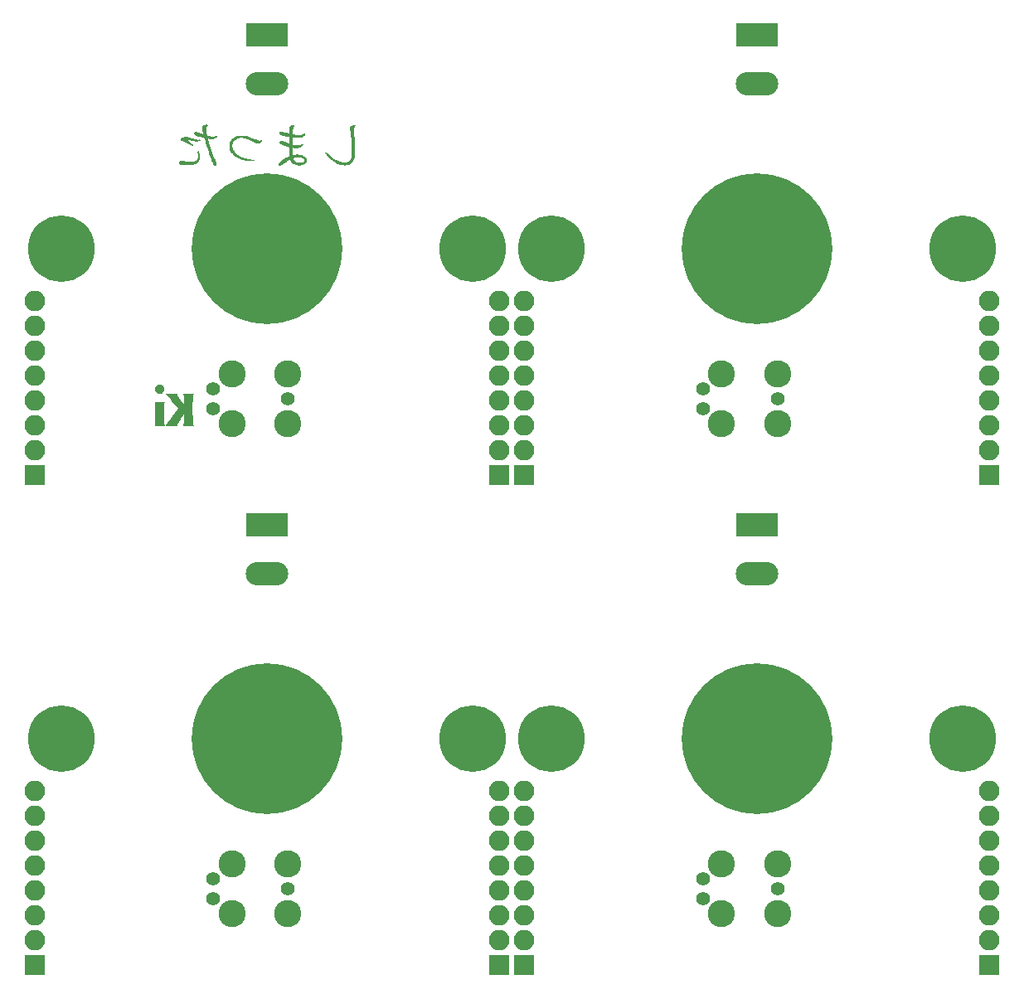
<source format=gbs>
G04 #@! TF.GenerationSoftware,KiCad,Pcbnew,5.1.4*
G04 #@! TF.CreationDate,2019-08-27T21:41:19+02:00*
G04 #@! TF.ProjectId,led_pixel_stm32f030_x4,6c65645f-7069-4786-956c-5f73746d3332,1.1*
G04 #@! TF.SameCoordinates,Original*
G04 #@! TF.FileFunction,Soldermask,Bot*
G04 #@! TF.FilePolarity,Negative*
%FSLAX46Y46*%
G04 Gerber Fmt 4.6, Leading zero omitted, Abs format (unit mm)*
G04 Created by KiCad (PCBNEW 5.1.4) date 2019-08-27 21:41:19*
%MOMM*%
%LPD*%
G04 APERTURE LIST*
%ADD10C,0.100000*%
%ADD11C,0.010000*%
%ADD12C,15.400000*%
%ADD13C,6.800000*%
%ADD14C,1.000000*%
%ADD15R,2.100000X2.100000*%
%ADD16O,2.100000X2.100000*%
%ADD17R,4.360000X2.380000*%
%ADD18O,4.360000X2.380000*%
%ADD19C,2.775000*%
%ADD20C,1.390600*%
G04 APERTURE END LIST*
D10*
G36*
X71180409Y-68789654D02*
G01*
X71185303Y-68809947D01*
X71201110Y-68830093D01*
X71229519Y-68851025D01*
X71272217Y-68873675D01*
X71330895Y-68898975D01*
X71407240Y-68927857D01*
X71471983Y-68950666D01*
X71686292Y-69031600D01*
X71882384Y-69120536D01*
X72061988Y-69218360D01*
X72226831Y-69325958D01*
X72279103Y-69364380D01*
X72311908Y-69388589D01*
X72338234Y-69406859D01*
X72353622Y-69416132D01*
X72355438Y-69416702D01*
X72365007Y-69408395D01*
X72377623Y-69388740D01*
X72383737Y-69375568D01*
X72384320Y-69363997D01*
X72377088Y-69350433D01*
X72359760Y-69331283D01*
X72330053Y-69302953D01*
X72313238Y-69287363D01*
X72217943Y-69200903D01*
X72126039Y-69120829D01*
X72040393Y-69049538D01*
X71963875Y-68989429D01*
X71909612Y-68949928D01*
X71867207Y-68919931D01*
X71828937Y-68891798D01*
X71799641Y-68869143D01*
X71786244Y-68857711D01*
X71769740Y-68839568D01*
X71767784Y-68825699D01*
X71776438Y-68810067D01*
X71786207Y-68798535D01*
X71799825Y-68791624D01*
X71822316Y-68788239D01*
X71858708Y-68787282D01*
X71880636Y-68787350D01*
X71918020Y-68788774D01*
X71958120Y-68792981D01*
X72004740Y-68800657D01*
X72061686Y-68812486D01*
X72132761Y-68829154D01*
X72186245Y-68842381D01*
X72320073Y-68875047D01*
X72436323Y-68901233D01*
X72537515Y-68921116D01*
X72626174Y-68934872D01*
X72704822Y-68942678D01*
X72775981Y-68944710D01*
X72842176Y-68941144D01*
X72905927Y-68932157D01*
X72969759Y-68917925D01*
X73027970Y-68901211D01*
X73065435Y-68888577D01*
X73086153Y-68877707D01*
X73093888Y-68865109D01*
X73092407Y-68847297D01*
X73091277Y-68842562D01*
X73084591Y-68815923D01*
X73019223Y-68836703D01*
X72980020Y-68846688D01*
X72937672Y-68852072D01*
X72890260Y-68852496D01*
X72835865Y-68847599D01*
X72772571Y-68837023D01*
X72698457Y-68820408D01*
X72611607Y-68797395D01*
X72510102Y-68767623D01*
X72392023Y-68730733D01*
X72306626Y-68703143D01*
X72204335Y-68670031D01*
X72118872Y-68643192D01*
X72047056Y-68621970D01*
X71985705Y-68605708D01*
X71931638Y-68593750D01*
X71881674Y-68585437D01*
X71832631Y-68580114D01*
X71781328Y-68577125D01*
X71724585Y-68575811D01*
X71688621Y-68575560D01*
X71619838Y-68575686D01*
X71567271Y-68576894D01*
X71525972Y-68579648D01*
X71490989Y-68584408D01*
X71457374Y-68591637D01*
X71426311Y-68600029D01*
X71352485Y-68626047D01*
X71288722Y-68658200D01*
X71237490Y-68694585D01*
X71201258Y-68733299D01*
X71182495Y-68772439D01*
X71180409Y-68789654D01*
X71180409Y-68789654D01*
G37*
X71180409Y-68789654D02*
X71185303Y-68809947D01*
X71201110Y-68830093D01*
X71229519Y-68851025D01*
X71272217Y-68873675D01*
X71330895Y-68898975D01*
X71407240Y-68927857D01*
X71471983Y-68950666D01*
X71686292Y-69031600D01*
X71882384Y-69120536D01*
X72061988Y-69218360D01*
X72226831Y-69325958D01*
X72279103Y-69364380D01*
X72311908Y-69388589D01*
X72338234Y-69406859D01*
X72353622Y-69416132D01*
X72355438Y-69416702D01*
X72365007Y-69408395D01*
X72377623Y-69388740D01*
X72383737Y-69375568D01*
X72384320Y-69363997D01*
X72377088Y-69350433D01*
X72359760Y-69331283D01*
X72330053Y-69302953D01*
X72313238Y-69287363D01*
X72217943Y-69200903D01*
X72126039Y-69120829D01*
X72040393Y-69049538D01*
X71963875Y-68989429D01*
X71909612Y-68949928D01*
X71867207Y-68919931D01*
X71828937Y-68891798D01*
X71799641Y-68869143D01*
X71786244Y-68857711D01*
X71769740Y-68839568D01*
X71767784Y-68825699D01*
X71776438Y-68810067D01*
X71786207Y-68798535D01*
X71799825Y-68791624D01*
X71822316Y-68788239D01*
X71858708Y-68787282D01*
X71880636Y-68787350D01*
X71918020Y-68788774D01*
X71958120Y-68792981D01*
X72004740Y-68800657D01*
X72061686Y-68812486D01*
X72132761Y-68829154D01*
X72186245Y-68842381D01*
X72320073Y-68875047D01*
X72436323Y-68901233D01*
X72537515Y-68921116D01*
X72626174Y-68934872D01*
X72704822Y-68942678D01*
X72775981Y-68944710D01*
X72842176Y-68941144D01*
X72905927Y-68932157D01*
X72969759Y-68917925D01*
X73027970Y-68901211D01*
X73065435Y-68888577D01*
X73086153Y-68877707D01*
X73093888Y-68865109D01*
X73092407Y-68847297D01*
X73091277Y-68842562D01*
X73084591Y-68815923D01*
X73019223Y-68836703D01*
X72980020Y-68846688D01*
X72937672Y-68852072D01*
X72890260Y-68852496D01*
X72835865Y-68847599D01*
X72772571Y-68837023D01*
X72698457Y-68820408D01*
X72611607Y-68797395D01*
X72510102Y-68767623D01*
X72392023Y-68730733D01*
X72306626Y-68703143D01*
X72204335Y-68670031D01*
X72118872Y-68643192D01*
X72047056Y-68621970D01*
X71985705Y-68605708D01*
X71931638Y-68593750D01*
X71881674Y-68585437D01*
X71832631Y-68580114D01*
X71781328Y-68577125D01*
X71724585Y-68575811D01*
X71688621Y-68575560D01*
X71619838Y-68575686D01*
X71567271Y-68576894D01*
X71525972Y-68579648D01*
X71490989Y-68584408D01*
X71457374Y-68591637D01*
X71426311Y-68600029D01*
X71352485Y-68626047D01*
X71288722Y-68658200D01*
X71237490Y-68694585D01*
X71201258Y-68733299D01*
X71182495Y-68772439D01*
X71180409Y-68789654D01*
G36*
X76149189Y-69358469D02*
G01*
X76151762Y-69516517D01*
X76175026Y-69672791D01*
X76218496Y-69825616D01*
X76281687Y-69973320D01*
X76364116Y-70114229D01*
X76370931Y-70124288D01*
X76421793Y-70191052D01*
X76486248Y-70264043D01*
X76559643Y-70338741D01*
X76637322Y-70410627D01*
X76714634Y-70475179D01*
X76785484Y-70526922D01*
X76926311Y-70612282D01*
X77077575Y-70687248D01*
X77240554Y-70752163D01*
X77416524Y-70807370D01*
X77606764Y-70853213D01*
X77812550Y-70890033D01*
X78035159Y-70918175D01*
X78275869Y-70937981D01*
X78327137Y-70941019D01*
X78408562Y-70945489D01*
X78471360Y-70948680D01*
X78518041Y-70950548D01*
X78551118Y-70951046D01*
X78573101Y-70950128D01*
X78586503Y-70947747D01*
X78593835Y-70943859D01*
X78597609Y-70938417D01*
X78598589Y-70936043D01*
X78600820Y-70909856D01*
X78584927Y-70893491D01*
X78555759Y-70888398D01*
X78522132Y-70886657D01*
X78471638Y-70881799D01*
X78408265Y-70874377D01*
X78336003Y-70864941D01*
X78258838Y-70854043D01*
X78180761Y-70842235D01*
X78105758Y-70830067D01*
X78037820Y-70818091D01*
X78012966Y-70813371D01*
X77801656Y-70765395D01*
X77601246Y-70706266D01*
X77412660Y-70636630D01*
X77236824Y-70557136D01*
X77074660Y-70468431D01*
X76927095Y-70371162D01*
X76795051Y-70265977D01*
X76679453Y-70153523D01*
X76581226Y-70034447D01*
X76501293Y-69909397D01*
X76440580Y-69779020D01*
X76411932Y-69691983D01*
X76382433Y-69550697D01*
X76373202Y-69414886D01*
X76383846Y-69285395D01*
X76413972Y-69163068D01*
X76463185Y-69048749D01*
X76531093Y-68943281D01*
X76617301Y-68847509D01*
X76721415Y-68762275D01*
X76843042Y-68688425D01*
X76891239Y-68664695D01*
X76966125Y-68632462D01*
X77036245Y-68608556D01*
X77106952Y-68591943D01*
X77183603Y-68581587D01*
X77271550Y-68576454D01*
X77353064Y-68575411D01*
X77424761Y-68575849D01*
X77480776Y-68577312D01*
X77526597Y-68580320D01*
X77567712Y-68585391D01*
X77609607Y-68593044D01*
X77657771Y-68603801D01*
X77660936Y-68604545D01*
X77745365Y-68625497D01*
X77825395Y-68647796D01*
X77903739Y-68672535D01*
X77983110Y-68700810D01*
X78066221Y-68733714D01*
X78155784Y-68772342D01*
X78254513Y-68817787D01*
X78365120Y-68871143D01*
X78490318Y-68933505D01*
X78544185Y-68960756D01*
X78655914Y-69016793D01*
X78751140Y-69062947D01*
X78831685Y-69099944D01*
X78899372Y-69128514D01*
X78956022Y-69149383D01*
X79003457Y-69163280D01*
X79043501Y-69170931D01*
X79075850Y-69173080D01*
X79141829Y-69162718D01*
X79208886Y-69132840D01*
X79274903Y-69084863D01*
X79337762Y-69020205D01*
X79372756Y-68974454D01*
X79394948Y-68942212D01*
X79406379Y-68921931D01*
X79408506Y-68908279D01*
X79402786Y-68895921D01*
X79396548Y-68887379D01*
X79377227Y-68861765D01*
X79342314Y-68895899D01*
X79298674Y-68928256D01*
X79249364Y-68943522D01*
X79190210Y-68942753D01*
X79169735Y-68939519D01*
X79115597Y-68926628D01*
X79043422Y-68904745D01*
X78954180Y-68874211D01*
X78848842Y-68835367D01*
X78728379Y-68788555D01*
X78644769Y-68754968D01*
X78430335Y-68671307D01*
X78230614Y-68600782D01*
X78043952Y-68543089D01*
X77868696Y-68497925D01*
X77703194Y-68464987D01*
X77545792Y-68443971D01*
X77394839Y-68434576D01*
X77248680Y-68436497D01*
X77105664Y-68449431D01*
X77035432Y-68459831D01*
X76879335Y-68494458D01*
X76737901Y-68543992D01*
X76610320Y-68608884D01*
X76495780Y-68689583D01*
X76393472Y-68786540D01*
X76344645Y-68843774D01*
X76266428Y-68957150D01*
X76208470Y-69075534D01*
X76170109Y-69200673D01*
X76150680Y-69334314D01*
X76149189Y-69358469D01*
X76149189Y-69358469D01*
G37*
X76149189Y-69358469D02*
X76151762Y-69516517D01*
X76175026Y-69672791D01*
X76218496Y-69825616D01*
X76281687Y-69973320D01*
X76364116Y-70114229D01*
X76370931Y-70124288D01*
X76421793Y-70191052D01*
X76486248Y-70264043D01*
X76559643Y-70338741D01*
X76637322Y-70410627D01*
X76714634Y-70475179D01*
X76785484Y-70526922D01*
X76926311Y-70612282D01*
X77077575Y-70687248D01*
X77240554Y-70752163D01*
X77416524Y-70807370D01*
X77606764Y-70853213D01*
X77812550Y-70890033D01*
X78035159Y-70918175D01*
X78275869Y-70937981D01*
X78327137Y-70941019D01*
X78408562Y-70945489D01*
X78471360Y-70948680D01*
X78518041Y-70950548D01*
X78551118Y-70951046D01*
X78573101Y-70950128D01*
X78586503Y-70947747D01*
X78593835Y-70943859D01*
X78597609Y-70938417D01*
X78598589Y-70936043D01*
X78600820Y-70909856D01*
X78584927Y-70893491D01*
X78555759Y-70888398D01*
X78522132Y-70886657D01*
X78471638Y-70881799D01*
X78408265Y-70874377D01*
X78336003Y-70864941D01*
X78258838Y-70854043D01*
X78180761Y-70842235D01*
X78105758Y-70830067D01*
X78037820Y-70818091D01*
X78012966Y-70813371D01*
X77801656Y-70765395D01*
X77601246Y-70706266D01*
X77412660Y-70636630D01*
X77236824Y-70557136D01*
X77074660Y-70468431D01*
X76927095Y-70371162D01*
X76795051Y-70265977D01*
X76679453Y-70153523D01*
X76581226Y-70034447D01*
X76501293Y-69909397D01*
X76440580Y-69779020D01*
X76411932Y-69691983D01*
X76382433Y-69550697D01*
X76373202Y-69414886D01*
X76383846Y-69285395D01*
X76413972Y-69163068D01*
X76463185Y-69048749D01*
X76531093Y-68943281D01*
X76617301Y-68847509D01*
X76721415Y-68762275D01*
X76843042Y-68688425D01*
X76891239Y-68664695D01*
X76966125Y-68632462D01*
X77036245Y-68608556D01*
X77106952Y-68591943D01*
X77183603Y-68581587D01*
X77271550Y-68576454D01*
X77353064Y-68575411D01*
X77424761Y-68575849D01*
X77480776Y-68577312D01*
X77526597Y-68580320D01*
X77567712Y-68585391D01*
X77609607Y-68593044D01*
X77657771Y-68603801D01*
X77660936Y-68604545D01*
X77745365Y-68625497D01*
X77825395Y-68647796D01*
X77903739Y-68672535D01*
X77983110Y-68700810D01*
X78066221Y-68733714D01*
X78155784Y-68772342D01*
X78254513Y-68817787D01*
X78365120Y-68871143D01*
X78490318Y-68933505D01*
X78544185Y-68960756D01*
X78655914Y-69016793D01*
X78751140Y-69062947D01*
X78831685Y-69099944D01*
X78899372Y-69128514D01*
X78956022Y-69149383D01*
X79003457Y-69163280D01*
X79043501Y-69170931D01*
X79075850Y-69173080D01*
X79141829Y-69162718D01*
X79208886Y-69132840D01*
X79274903Y-69084863D01*
X79337762Y-69020205D01*
X79372756Y-68974454D01*
X79394948Y-68942212D01*
X79406379Y-68921931D01*
X79408506Y-68908279D01*
X79402786Y-68895921D01*
X79396548Y-68887379D01*
X79377227Y-68861765D01*
X79342314Y-68895899D01*
X79298674Y-68928256D01*
X79249364Y-68943522D01*
X79190210Y-68942753D01*
X79169735Y-68939519D01*
X79115597Y-68926628D01*
X79043422Y-68904745D01*
X78954180Y-68874211D01*
X78848842Y-68835367D01*
X78728379Y-68788555D01*
X78644769Y-68754968D01*
X78430335Y-68671307D01*
X78230614Y-68600782D01*
X78043952Y-68543089D01*
X77868696Y-68497925D01*
X77703194Y-68464987D01*
X77545792Y-68443971D01*
X77394839Y-68434576D01*
X77248680Y-68436497D01*
X77105664Y-68449431D01*
X77035432Y-68459831D01*
X76879335Y-68494458D01*
X76737901Y-68543992D01*
X76610320Y-68608884D01*
X76495780Y-68689583D01*
X76393472Y-68786540D01*
X76344645Y-68843774D01*
X76266428Y-68957150D01*
X76208470Y-69075534D01*
X76170109Y-69200673D01*
X76150680Y-69334314D01*
X76149189Y-69358469D01*
G36*
X71011005Y-71188196D02*
G01*
X71017506Y-71219988D01*
X71037727Y-71247933D01*
X71072744Y-71272401D01*
X71123634Y-71293763D01*
X71191472Y-71312390D01*
X71277336Y-71328653D01*
X71382300Y-71342923D01*
X71492747Y-71354256D01*
X71533098Y-71356896D01*
X71588792Y-71359109D01*
X71655872Y-71360870D01*
X71730382Y-71362155D01*
X71808366Y-71362940D01*
X71885867Y-71363203D01*
X71958929Y-71362919D01*
X72023595Y-71362065D01*
X72075910Y-71360617D01*
X72111916Y-71358551D01*
X72117424Y-71357992D01*
X72276683Y-71334563D01*
X72418059Y-71302886D01*
X72543493Y-71262157D01*
X72654928Y-71211572D01*
X72754304Y-71150326D01*
X72843562Y-71077616D01*
X72879742Y-71042186D01*
X72960800Y-70945307D01*
X73021352Y-70843181D01*
X73061441Y-70735674D01*
X73081110Y-70622653D01*
X73080402Y-70503984D01*
X73072355Y-70442105D01*
X73052804Y-70349741D01*
X73025258Y-70250972D01*
X72992620Y-70155261D01*
X72960775Y-70078436D01*
X72931369Y-70014909D01*
X72913108Y-70042760D01*
X72904157Y-70058211D01*
X72900559Y-70073220D01*
X72902497Y-70093695D01*
X72910151Y-70125546D01*
X72916340Y-70148168D01*
X72944459Y-70271978D01*
X72959351Y-70390922D01*
X72960825Y-70501585D01*
X72948687Y-70600554D01*
X72943166Y-70624385D01*
X72905810Y-70727783D01*
X72850275Y-70822791D01*
X72778664Y-70907104D01*
X72693078Y-70978419D01*
X72595622Y-71034432D01*
X72552286Y-71052604D01*
X72485573Y-71075430D01*
X72420341Y-71092383D01*
X72351815Y-71104143D01*
X72275216Y-71111390D01*
X72185768Y-71114805D01*
X72112130Y-71115276D01*
X72036116Y-71114497D01*
X71970037Y-71112245D01*
X71909508Y-71107902D01*
X71850147Y-71100849D01*
X71787571Y-71090469D01*
X71717394Y-71076143D01*
X71635235Y-71057255D01*
X71545752Y-71035428D01*
X71458139Y-71014444D01*
X71387605Y-70999453D01*
X71331018Y-70990128D01*
X71285246Y-70986146D01*
X71247158Y-70987178D01*
X71213620Y-70992900D01*
X71193436Y-70998759D01*
X71142097Y-71022433D01*
X71094370Y-71056325D01*
X71054128Y-71096416D01*
X71025243Y-71138685D01*
X71011586Y-71179111D01*
X71011005Y-71188196D01*
X71011005Y-71188196D01*
G37*
X71011005Y-71188196D02*
X71017506Y-71219988D01*
X71037727Y-71247933D01*
X71072744Y-71272401D01*
X71123634Y-71293763D01*
X71191472Y-71312390D01*
X71277336Y-71328653D01*
X71382300Y-71342923D01*
X71492747Y-71354256D01*
X71533098Y-71356896D01*
X71588792Y-71359109D01*
X71655872Y-71360870D01*
X71730382Y-71362155D01*
X71808366Y-71362940D01*
X71885867Y-71363203D01*
X71958929Y-71362919D01*
X72023595Y-71362065D01*
X72075910Y-71360617D01*
X72111916Y-71358551D01*
X72117424Y-71357992D01*
X72276683Y-71334563D01*
X72418059Y-71302886D01*
X72543493Y-71262157D01*
X72654928Y-71211572D01*
X72754304Y-71150326D01*
X72843562Y-71077616D01*
X72879742Y-71042186D01*
X72960800Y-70945307D01*
X73021352Y-70843181D01*
X73061441Y-70735674D01*
X73081110Y-70622653D01*
X73080402Y-70503984D01*
X73072355Y-70442105D01*
X73052804Y-70349741D01*
X73025258Y-70250972D01*
X72992620Y-70155261D01*
X72960775Y-70078436D01*
X72931369Y-70014909D01*
X72913108Y-70042760D01*
X72904157Y-70058211D01*
X72900559Y-70073220D01*
X72902497Y-70093695D01*
X72910151Y-70125546D01*
X72916340Y-70148168D01*
X72944459Y-70271978D01*
X72959351Y-70390922D01*
X72960825Y-70501585D01*
X72948687Y-70600554D01*
X72943166Y-70624385D01*
X72905810Y-70727783D01*
X72850275Y-70822791D01*
X72778664Y-70907104D01*
X72693078Y-70978419D01*
X72595622Y-71034432D01*
X72552286Y-71052604D01*
X72485573Y-71075430D01*
X72420341Y-71092383D01*
X72351815Y-71104143D01*
X72275216Y-71111390D01*
X72185768Y-71114805D01*
X72112130Y-71115276D01*
X72036116Y-71114497D01*
X71970037Y-71112245D01*
X71909508Y-71107902D01*
X71850147Y-71100849D01*
X71787571Y-71090469D01*
X71717394Y-71076143D01*
X71635235Y-71057255D01*
X71545752Y-71035428D01*
X71458139Y-71014444D01*
X71387605Y-70999453D01*
X71331018Y-70990128D01*
X71285246Y-70986146D01*
X71247158Y-70987178D01*
X71213620Y-70992900D01*
X71193436Y-70998759D01*
X71142097Y-71022433D01*
X71094370Y-71056325D01*
X71054128Y-71096416D01*
X71025243Y-71138685D01*
X71011586Y-71179111D01*
X71011005Y-71188196D01*
G36*
X85937798Y-70157423D02*
G01*
X85938760Y-70171437D01*
X85950397Y-70189457D01*
X85994247Y-70246594D01*
X86051244Y-70314840D01*
X86118724Y-70391223D01*
X86194022Y-70472769D01*
X86274471Y-70556505D01*
X86325374Y-70607823D01*
X86457570Y-70734689D01*
X86583617Y-70845382D01*
X86707042Y-70942568D01*
X86831374Y-71028909D01*
X86960139Y-71107070D01*
X87053516Y-71157676D01*
X87230713Y-71240267D01*
X87407359Y-71304347D01*
X87582078Y-71349618D01*
X87753496Y-71375777D01*
X87920238Y-71382527D01*
X88045414Y-71374211D01*
X88178349Y-71350444D01*
X88304262Y-71311490D01*
X88420676Y-71258670D01*
X88525110Y-71193303D01*
X88615087Y-71116710D01*
X88686123Y-71033053D01*
X88745047Y-70938406D01*
X88794670Y-70833055D01*
X88835452Y-70715294D01*
X88867854Y-70583415D01*
X88892335Y-70435710D01*
X88909357Y-70270472D01*
X88915020Y-70184313D01*
X88918467Y-70090180D01*
X88919637Y-69977718D01*
X88918670Y-69849635D01*
X88915704Y-69708640D01*
X88910877Y-69557441D01*
X88904326Y-69398746D01*
X88896190Y-69235263D01*
X88886606Y-69069702D01*
X88875714Y-68904770D01*
X88863651Y-68743176D01*
X88850555Y-68587628D01*
X88836564Y-68440835D01*
X88821817Y-68305505D01*
X88817313Y-68267932D01*
X88806555Y-68169006D01*
X88799309Y-68073430D01*
X88795126Y-67973302D01*
X88793556Y-67860718D01*
X88793528Y-67849716D01*
X88793525Y-67773670D01*
X88794011Y-67715397D01*
X88795266Y-67671497D01*
X88797572Y-67638569D01*
X88801209Y-67613211D01*
X88806460Y-67592023D01*
X88813605Y-67571603D01*
X88817289Y-67562313D01*
X88851875Y-67492352D01*
X88893115Y-67434844D01*
X88937946Y-67394002D01*
X88941107Y-67391898D01*
X88967174Y-67367502D01*
X88972133Y-67341952D01*
X88958503Y-67318024D01*
X88944943Y-67316270D01*
X88915488Y-67319408D01*
X88874594Y-67326480D01*
X88826717Y-67336529D01*
X88776313Y-67348595D01*
X88727839Y-67361720D01*
X88685749Y-67374946D01*
X88673816Y-67379247D01*
X88604577Y-67411405D01*
X88544528Y-67451207D01*
X88497834Y-67495453D01*
X88471423Y-67534843D01*
X88456182Y-67578599D01*
X88449814Y-67630779D01*
X88452239Y-67694869D01*
X88463373Y-67774355D01*
X88465490Y-67786189D01*
X88509730Y-68036969D01*
X88547624Y-68271397D01*
X88579529Y-68493207D01*
X88605805Y-68706133D01*
X88626810Y-68913910D01*
X88642902Y-69120270D01*
X88654440Y-69328950D01*
X88661782Y-69543681D01*
X88665286Y-69768199D01*
X88665706Y-69871975D01*
X88665581Y-69997149D01*
X88664846Y-70103813D01*
X88663296Y-70194629D01*
X88660725Y-70272258D01*
X88656930Y-70339362D01*
X88651704Y-70398603D01*
X88644842Y-70452642D01*
X88636140Y-70504141D01*
X88625393Y-70555761D01*
X88612396Y-70610165D01*
X88607295Y-70630286D01*
X88566278Y-70755305D01*
X88511619Y-70864241D01*
X88443600Y-70956965D01*
X88362503Y-71033346D01*
X88268613Y-71093255D01*
X88162210Y-71136562D01*
X88043579Y-71163136D01*
X87913002Y-71172847D01*
X87770762Y-71165566D01*
X87617141Y-71141163D01*
X87536353Y-71122551D01*
X87355164Y-71067454D01*
X87169461Y-70992962D01*
X86980732Y-70899988D01*
X86790467Y-70789444D01*
X86600156Y-70662242D01*
X86411287Y-70519294D01*
X86225350Y-70361512D01*
X86094227Y-70239332D01*
X86047782Y-70194485D01*
X86014071Y-70162675D01*
X85990621Y-70142203D01*
X85974959Y-70131371D01*
X85964612Y-70128479D01*
X85957107Y-70131828D01*
X85949970Y-70139721D01*
X85949703Y-70140052D01*
X85937798Y-70157423D01*
X85937798Y-70157423D01*
G37*
X85937798Y-70157423D02*
X85938760Y-70171437D01*
X85950397Y-70189457D01*
X85994247Y-70246594D01*
X86051244Y-70314840D01*
X86118724Y-70391223D01*
X86194022Y-70472769D01*
X86274471Y-70556505D01*
X86325374Y-70607823D01*
X86457570Y-70734689D01*
X86583617Y-70845382D01*
X86707042Y-70942568D01*
X86831374Y-71028909D01*
X86960139Y-71107070D01*
X87053516Y-71157676D01*
X87230713Y-71240267D01*
X87407359Y-71304347D01*
X87582078Y-71349618D01*
X87753496Y-71375777D01*
X87920238Y-71382527D01*
X88045414Y-71374211D01*
X88178349Y-71350444D01*
X88304262Y-71311490D01*
X88420676Y-71258670D01*
X88525110Y-71193303D01*
X88615087Y-71116710D01*
X88686123Y-71033053D01*
X88745047Y-70938406D01*
X88794670Y-70833055D01*
X88835452Y-70715294D01*
X88867854Y-70583415D01*
X88892335Y-70435710D01*
X88909357Y-70270472D01*
X88915020Y-70184313D01*
X88918467Y-70090180D01*
X88919637Y-69977718D01*
X88918670Y-69849635D01*
X88915704Y-69708640D01*
X88910877Y-69557441D01*
X88904326Y-69398746D01*
X88896190Y-69235263D01*
X88886606Y-69069702D01*
X88875714Y-68904770D01*
X88863651Y-68743176D01*
X88850555Y-68587628D01*
X88836564Y-68440835D01*
X88821817Y-68305505D01*
X88817313Y-68267932D01*
X88806555Y-68169006D01*
X88799309Y-68073430D01*
X88795126Y-67973302D01*
X88793556Y-67860718D01*
X88793528Y-67849716D01*
X88793525Y-67773670D01*
X88794011Y-67715397D01*
X88795266Y-67671497D01*
X88797572Y-67638569D01*
X88801209Y-67613211D01*
X88806460Y-67592023D01*
X88813605Y-67571603D01*
X88817289Y-67562313D01*
X88851875Y-67492352D01*
X88893115Y-67434844D01*
X88937946Y-67394002D01*
X88941107Y-67391898D01*
X88967174Y-67367502D01*
X88972133Y-67341952D01*
X88958503Y-67318024D01*
X88944943Y-67316270D01*
X88915488Y-67319408D01*
X88874594Y-67326480D01*
X88826717Y-67336529D01*
X88776313Y-67348595D01*
X88727839Y-67361720D01*
X88685749Y-67374946D01*
X88673816Y-67379247D01*
X88604577Y-67411405D01*
X88544528Y-67451207D01*
X88497834Y-67495453D01*
X88471423Y-67534843D01*
X88456182Y-67578599D01*
X88449814Y-67630779D01*
X88452239Y-67694869D01*
X88463373Y-67774355D01*
X88465490Y-67786189D01*
X88509730Y-68036969D01*
X88547624Y-68271397D01*
X88579529Y-68493207D01*
X88605805Y-68706133D01*
X88626810Y-68913910D01*
X88642902Y-69120270D01*
X88654440Y-69328950D01*
X88661782Y-69543681D01*
X88665286Y-69768199D01*
X88665706Y-69871975D01*
X88665581Y-69997149D01*
X88664846Y-70103813D01*
X88663296Y-70194629D01*
X88660725Y-70272258D01*
X88656930Y-70339362D01*
X88651704Y-70398603D01*
X88644842Y-70452642D01*
X88636140Y-70504141D01*
X88625393Y-70555761D01*
X88612396Y-70610165D01*
X88607295Y-70630286D01*
X88566278Y-70755305D01*
X88511619Y-70864241D01*
X88443600Y-70956965D01*
X88362503Y-71033346D01*
X88268613Y-71093255D01*
X88162210Y-71136562D01*
X88043579Y-71163136D01*
X87913002Y-71172847D01*
X87770762Y-71165566D01*
X87617141Y-71141163D01*
X87536353Y-71122551D01*
X87355164Y-71067454D01*
X87169461Y-70992962D01*
X86980732Y-70899988D01*
X86790467Y-70789444D01*
X86600156Y-70662242D01*
X86411287Y-70519294D01*
X86225350Y-70361512D01*
X86094227Y-70239332D01*
X86047782Y-70194485D01*
X86014071Y-70162675D01*
X85990621Y-70142203D01*
X85974959Y-70131371D01*
X85964612Y-70128479D01*
X85957107Y-70131828D01*
X85949970Y-70139721D01*
X85949703Y-70140052D01*
X85937798Y-70157423D01*
G36*
X72516307Y-68182305D02*
G01*
X72523459Y-68204500D01*
X72542393Y-68230189D01*
X72547708Y-68236334D01*
X72587779Y-68271275D01*
X72647608Y-68307848D01*
X72725882Y-68345588D01*
X72821290Y-68384027D01*
X72932519Y-68422698D01*
X73058256Y-68461135D01*
X73197187Y-68498870D01*
X73348002Y-68535436D01*
X73454959Y-68559032D01*
X73506778Y-68570254D01*
X73550649Y-68580172D01*
X73582665Y-68587871D01*
X73598919Y-68592436D01*
X73600104Y-68593018D01*
X73603729Y-68603690D01*
X73612584Y-68632754D01*
X73626091Y-68678239D01*
X73643676Y-68738172D01*
X73664763Y-68810581D01*
X73688775Y-68893496D01*
X73715136Y-68984942D01*
X73743270Y-69082949D01*
X73746499Y-69094221D01*
X73821927Y-69354693D01*
X73893659Y-69596182D01*
X73962289Y-69820445D01*
X74028409Y-70029234D01*
X74092612Y-70224306D01*
X74155489Y-70407414D01*
X74217635Y-70580314D01*
X74279640Y-70744759D01*
X74342099Y-70902506D01*
X74405603Y-71055308D01*
X74420678Y-71090540D01*
X74461061Y-71181726D01*
X74495858Y-71254256D01*
X74525916Y-71309650D01*
X74552083Y-71349426D01*
X74575205Y-71375104D01*
X74582736Y-71381042D01*
X74607555Y-71391073D01*
X74641128Y-71396365D01*
X74649310Y-71396610D01*
X74682531Y-71393257D01*
X74706091Y-71379948D01*
X74720427Y-71364797D01*
X74746567Y-71317385D01*
X74755454Y-71257980D01*
X74747046Y-71186923D01*
X74743731Y-71173073D01*
X74738853Y-71154418D01*
X74733805Y-71136830D01*
X74727695Y-71118187D01*
X74719629Y-71096365D01*
X74708717Y-71069241D01*
X74694063Y-71034692D01*
X74674777Y-70990593D01*
X74649964Y-70934822D01*
X74618733Y-70865256D01*
X74580190Y-70779770D01*
X74553728Y-70721160D01*
X74435094Y-70447605D01*
X74321588Y-70164498D01*
X74216062Y-69879332D01*
X74121367Y-69599601D01*
X74093673Y-69511992D01*
X74068979Y-69431088D01*
X74043162Y-69344105D01*
X74016837Y-69253337D01*
X73990622Y-69161074D01*
X73965132Y-69069610D01*
X73940984Y-68981237D01*
X73918794Y-68898248D01*
X73899179Y-68822934D01*
X73882754Y-68757588D01*
X73870137Y-68704502D01*
X73861944Y-68665969D01*
X73858791Y-68644281D01*
X73859332Y-68640435D01*
X73871117Y-68640229D01*
X73899657Y-68643031D01*
X73940821Y-68648354D01*
X73990480Y-68655709D01*
X73996749Y-68656695D01*
X74106521Y-68670067D01*
X74229571Y-68677289D01*
X74309087Y-68678788D01*
X74376274Y-68679014D01*
X74426867Y-68678390D01*
X74465444Y-68676439D01*
X74496584Y-68672685D01*
X74524865Y-68666654D01*
X74554866Y-68657871D01*
X74575447Y-68651131D01*
X74634025Y-68627910D01*
X74693523Y-68598023D01*
X74747821Y-68565011D01*
X74790797Y-68532419D01*
X74805694Y-68517868D01*
X74817336Y-68502946D01*
X74817838Y-68490126D01*
X74806520Y-68471028D01*
X74801277Y-68463607D01*
X74777708Y-68430508D01*
X74749859Y-68456535D01*
X74721806Y-68480878D01*
X74695026Y-68498348D01*
X74665274Y-68510010D01*
X74628305Y-68516930D01*
X74579876Y-68520172D01*
X74515742Y-68520802D01*
X74494373Y-68520656D01*
X74415033Y-68518406D01*
X74337159Y-68512711D01*
X74256513Y-68502955D01*
X74168857Y-68488517D01*
X74069954Y-68468782D01*
X73955566Y-68443130D01*
X73943810Y-68440379D01*
X73891932Y-68428148D01*
X73848079Y-68417700D01*
X73816049Y-68409951D01*
X73799638Y-68405812D01*
X73798308Y-68405400D01*
X73794473Y-68394325D01*
X73787852Y-68365998D01*
X73779128Y-68324057D01*
X73768983Y-68272141D01*
X73758100Y-68213888D01*
X73747162Y-68152935D01*
X73736852Y-68092921D01*
X73727852Y-68037482D01*
X73722159Y-67999608D01*
X73706275Y-67877451D01*
X73696412Y-67773349D01*
X73692659Y-67685031D01*
X73695101Y-67610224D01*
X73703824Y-67546657D01*
X73718915Y-67492058D01*
X73740459Y-67444156D01*
X73743477Y-67438761D01*
X73771306Y-67399314D01*
X73804341Y-67365603D01*
X73817565Y-67355594D01*
X73860311Y-67327306D01*
X73833479Y-67300474D01*
X73817653Y-67285934D01*
X73803181Y-67279242D01*
X73783133Y-67279356D01*
X73750578Y-67285229D01*
X73742842Y-67286821D01*
X73693135Y-67298661D01*
X73636419Y-67314643D01*
X73578160Y-67332959D01*
X73523825Y-67351800D01*
X73478880Y-67369358D01*
X73448793Y-67383826D01*
X73447836Y-67384399D01*
X73419384Y-67405386D01*
X73397100Y-67431079D01*
X73381026Y-67463086D01*
X73371204Y-67503014D01*
X73367677Y-67552470D01*
X73370485Y-67613063D01*
X73379672Y-67686400D01*
X73395279Y-67774089D01*
X73417347Y-67877737D01*
X73445920Y-67998951D01*
X73466007Y-68079999D01*
X73483166Y-68148631D01*
X73498316Y-68209896D01*
X73510777Y-68260988D01*
X73519868Y-68299101D01*
X73524909Y-68321428D01*
X73525671Y-68326164D01*
X73513102Y-68322753D01*
X73483779Y-68313261D01*
X73440865Y-68298796D01*
X73387522Y-68280469D01*
X73326915Y-68259388D01*
X73262206Y-68236663D01*
X73196558Y-68213405D01*
X73133134Y-68190721D01*
X73075097Y-68169722D01*
X73025610Y-68151518D01*
X72996207Y-68140442D01*
X72917429Y-68110361D01*
X72855708Y-68087042D01*
X72808343Y-68069625D01*
X72772635Y-68057250D01*
X72745885Y-68049055D01*
X72725393Y-68044181D01*
X72708460Y-68041766D01*
X72692385Y-68040950D01*
X72683869Y-68040873D01*
X72639673Y-68046214D01*
X72594342Y-68060361D01*
X72556058Y-68080213D01*
X72537335Y-68096434D01*
X72526602Y-68118005D01*
X72518515Y-68148938D01*
X72517640Y-68154648D01*
X72516307Y-68182305D01*
X72516307Y-68182305D01*
G37*
X72516307Y-68182305D02*
X72523459Y-68204500D01*
X72542393Y-68230189D01*
X72547708Y-68236334D01*
X72587779Y-68271275D01*
X72647608Y-68307848D01*
X72725882Y-68345588D01*
X72821290Y-68384027D01*
X72932519Y-68422698D01*
X73058256Y-68461135D01*
X73197187Y-68498870D01*
X73348002Y-68535436D01*
X73454959Y-68559032D01*
X73506778Y-68570254D01*
X73550649Y-68580172D01*
X73582665Y-68587871D01*
X73598919Y-68592436D01*
X73600104Y-68593018D01*
X73603729Y-68603690D01*
X73612584Y-68632754D01*
X73626091Y-68678239D01*
X73643676Y-68738172D01*
X73664763Y-68810581D01*
X73688775Y-68893496D01*
X73715136Y-68984942D01*
X73743270Y-69082949D01*
X73746499Y-69094221D01*
X73821927Y-69354693D01*
X73893659Y-69596182D01*
X73962289Y-69820445D01*
X74028409Y-70029234D01*
X74092612Y-70224306D01*
X74155489Y-70407414D01*
X74217635Y-70580314D01*
X74279640Y-70744759D01*
X74342099Y-70902506D01*
X74405603Y-71055308D01*
X74420678Y-71090540D01*
X74461061Y-71181726D01*
X74495858Y-71254256D01*
X74525916Y-71309650D01*
X74552083Y-71349426D01*
X74575205Y-71375104D01*
X74582736Y-71381042D01*
X74607555Y-71391073D01*
X74641128Y-71396365D01*
X74649310Y-71396610D01*
X74682531Y-71393257D01*
X74706091Y-71379948D01*
X74720427Y-71364797D01*
X74746567Y-71317385D01*
X74755454Y-71257980D01*
X74747046Y-71186923D01*
X74743731Y-71173073D01*
X74738853Y-71154418D01*
X74733805Y-71136830D01*
X74727695Y-71118187D01*
X74719629Y-71096365D01*
X74708717Y-71069241D01*
X74694063Y-71034692D01*
X74674777Y-70990593D01*
X74649964Y-70934822D01*
X74618733Y-70865256D01*
X74580190Y-70779770D01*
X74553728Y-70721160D01*
X74435094Y-70447605D01*
X74321588Y-70164498D01*
X74216062Y-69879332D01*
X74121367Y-69599601D01*
X74093673Y-69511992D01*
X74068979Y-69431088D01*
X74043162Y-69344105D01*
X74016837Y-69253337D01*
X73990622Y-69161074D01*
X73965132Y-69069610D01*
X73940984Y-68981237D01*
X73918794Y-68898248D01*
X73899179Y-68822934D01*
X73882754Y-68757588D01*
X73870137Y-68704502D01*
X73861944Y-68665969D01*
X73858791Y-68644281D01*
X73859332Y-68640435D01*
X73871117Y-68640229D01*
X73899657Y-68643031D01*
X73940821Y-68648354D01*
X73990480Y-68655709D01*
X73996749Y-68656695D01*
X74106521Y-68670067D01*
X74229571Y-68677289D01*
X74309087Y-68678788D01*
X74376274Y-68679014D01*
X74426867Y-68678390D01*
X74465444Y-68676439D01*
X74496584Y-68672685D01*
X74524865Y-68666654D01*
X74554866Y-68657871D01*
X74575447Y-68651131D01*
X74634025Y-68627910D01*
X74693523Y-68598023D01*
X74747821Y-68565011D01*
X74790797Y-68532419D01*
X74805694Y-68517868D01*
X74817336Y-68502946D01*
X74817838Y-68490126D01*
X74806520Y-68471028D01*
X74801277Y-68463607D01*
X74777708Y-68430508D01*
X74749859Y-68456535D01*
X74721806Y-68480878D01*
X74695026Y-68498348D01*
X74665274Y-68510010D01*
X74628305Y-68516930D01*
X74579876Y-68520172D01*
X74515742Y-68520802D01*
X74494373Y-68520656D01*
X74415033Y-68518406D01*
X74337159Y-68512711D01*
X74256513Y-68502955D01*
X74168857Y-68488517D01*
X74069954Y-68468782D01*
X73955566Y-68443130D01*
X73943810Y-68440379D01*
X73891932Y-68428148D01*
X73848079Y-68417700D01*
X73816049Y-68409951D01*
X73799638Y-68405812D01*
X73798308Y-68405400D01*
X73794473Y-68394325D01*
X73787852Y-68365998D01*
X73779128Y-68324057D01*
X73768983Y-68272141D01*
X73758100Y-68213888D01*
X73747162Y-68152935D01*
X73736852Y-68092921D01*
X73727852Y-68037482D01*
X73722159Y-67999608D01*
X73706275Y-67877451D01*
X73696412Y-67773349D01*
X73692659Y-67685031D01*
X73695101Y-67610224D01*
X73703824Y-67546657D01*
X73718915Y-67492058D01*
X73740459Y-67444156D01*
X73743477Y-67438761D01*
X73771306Y-67399314D01*
X73804341Y-67365603D01*
X73817565Y-67355594D01*
X73860311Y-67327306D01*
X73833479Y-67300474D01*
X73817653Y-67285934D01*
X73803181Y-67279242D01*
X73783133Y-67279356D01*
X73750578Y-67285229D01*
X73742842Y-67286821D01*
X73693135Y-67298661D01*
X73636419Y-67314643D01*
X73578160Y-67332959D01*
X73523825Y-67351800D01*
X73478880Y-67369358D01*
X73448793Y-67383826D01*
X73447836Y-67384399D01*
X73419384Y-67405386D01*
X73397100Y-67431079D01*
X73381026Y-67463086D01*
X73371204Y-67503014D01*
X73367677Y-67552470D01*
X73370485Y-67613063D01*
X73379672Y-67686400D01*
X73395279Y-67774089D01*
X73417347Y-67877737D01*
X73445920Y-67998951D01*
X73466007Y-68079999D01*
X73483166Y-68148631D01*
X73498316Y-68209896D01*
X73510777Y-68260988D01*
X73519868Y-68299101D01*
X73524909Y-68321428D01*
X73525671Y-68326164D01*
X73513102Y-68322753D01*
X73483779Y-68313261D01*
X73440865Y-68298796D01*
X73387522Y-68280469D01*
X73326915Y-68259388D01*
X73262206Y-68236663D01*
X73196558Y-68213405D01*
X73133134Y-68190721D01*
X73075097Y-68169722D01*
X73025610Y-68151518D01*
X72996207Y-68140442D01*
X72917429Y-68110361D01*
X72855708Y-68087042D01*
X72808343Y-68069625D01*
X72772635Y-68057250D01*
X72745885Y-68049055D01*
X72725393Y-68044181D01*
X72708460Y-68041766D01*
X72692385Y-68040950D01*
X72683869Y-68040873D01*
X72639673Y-68046214D01*
X72594342Y-68060361D01*
X72556058Y-68080213D01*
X72537335Y-68096434D01*
X72526602Y-68118005D01*
X72518515Y-68148938D01*
X72517640Y-68154648D01*
X72516307Y-68182305D01*
G36*
X81185927Y-71306905D02*
G01*
X81192723Y-71353001D01*
X81213517Y-71383395D01*
X81248538Y-71398244D01*
X81298016Y-71397704D01*
X81315557Y-71394597D01*
X81352184Y-71383806D01*
X81396795Y-71364617D01*
X81450916Y-71336143D01*
X81516072Y-71297500D01*
X81593788Y-71247804D01*
X81685590Y-71186167D01*
X81743564Y-71146214D01*
X81818043Y-71094870D01*
X81898104Y-71040314D01*
X81978698Y-70985942D01*
X82054777Y-70935153D01*
X82121291Y-70891343D01*
X82151170Y-70871966D01*
X82211456Y-70833447D01*
X82256450Y-70805535D01*
X82288454Y-70787051D01*
X82309768Y-70776815D01*
X82322694Y-70773648D01*
X82329530Y-70776369D01*
X82331387Y-70779577D01*
X82338955Y-70798883D01*
X82351392Y-70830723D01*
X82364712Y-70864881D01*
X82418943Y-70978256D01*
X82488124Y-71077452D01*
X82550875Y-71140907D01*
X82550875Y-70670986D01*
X82560053Y-70654002D01*
X82580191Y-70640302D01*
X82612350Y-70625686D01*
X82619114Y-70622797D01*
X82750625Y-70577090D01*
X82892728Y-70546896D01*
X83040940Y-70532862D01*
X83190775Y-70535632D01*
X83212352Y-70537465D01*
X83353872Y-70556358D01*
X83477423Y-70584797D01*
X83582774Y-70622674D01*
X83669695Y-70669883D01*
X83737953Y-70726317D01*
X83787318Y-70791869D01*
X83795198Y-70806655D01*
X83815762Y-70866152D01*
X83822358Y-70929494D01*
X83814492Y-70988804D01*
X83807872Y-71008016D01*
X83784533Y-71044582D01*
X83746730Y-71082671D01*
X83700077Y-71117083D01*
X83674429Y-71131671D01*
X83601557Y-71160949D01*
X83513341Y-71183636D01*
X83414699Y-71199287D01*
X83310550Y-71207460D01*
X83205812Y-71207710D01*
X83105405Y-71199593D01*
X83040940Y-71188824D01*
X82930425Y-71155450D01*
X82830556Y-71104605D01*
X82742921Y-71037679D01*
X82669108Y-70956063D01*
X82610702Y-70861147D01*
X82578496Y-70783636D01*
X82561157Y-70731604D01*
X82551596Y-70695453D01*
X82550875Y-70670986D01*
X82550875Y-71140907D01*
X82573207Y-71163490D01*
X82675144Y-71237394D01*
X82749674Y-71278800D01*
X82851404Y-71321519D01*
X82960908Y-71352679D01*
X83075750Y-71372664D01*
X83193488Y-71381855D01*
X83311686Y-71380636D01*
X83427904Y-71369389D01*
X83539703Y-71348497D01*
X83644645Y-71318342D01*
X83740290Y-71279307D01*
X83824201Y-71231775D01*
X83893938Y-71176128D01*
X83947063Y-71112749D01*
X83961339Y-71088702D01*
X83972949Y-71064199D01*
X83980334Y-71039455D01*
X83984402Y-71008709D01*
X83986065Y-70966201D01*
X83986286Y-70930749D01*
X83985792Y-70878987D01*
X83983583Y-70842293D01*
X83978571Y-70814571D01*
X83969669Y-70789725D01*
X83956279Y-70762586D01*
X83902501Y-70681813D01*
X83830348Y-70606851D01*
X83742156Y-70539111D01*
X83640264Y-70480002D01*
X83527009Y-70430935D01*
X83404729Y-70393319D01*
X83312241Y-70374090D01*
X83224283Y-70363977D01*
X83122263Y-70359868D01*
X83012360Y-70361542D01*
X82900753Y-70368780D01*
X82793621Y-70381362D01*
X82714141Y-70395367D01*
X82661914Y-70406662D01*
X82615026Y-70417483D01*
X82578632Y-70426596D01*
X82557972Y-70432733D01*
X82530471Y-70443189D01*
X82530484Y-70281988D01*
X82530886Y-70232769D01*
X82532007Y-70171852D01*
X82533729Y-70102335D01*
X82535937Y-70027316D01*
X82538511Y-69949892D01*
X82541334Y-69873161D01*
X82544290Y-69800221D01*
X82547261Y-69734170D01*
X82550128Y-69678105D01*
X82552776Y-69635125D01*
X82555087Y-69608327D01*
X82556280Y-69601250D01*
X82567830Y-69595652D01*
X82597738Y-69595227D01*
X82637931Y-69598844D01*
X82675334Y-69601885D01*
X82728339Y-69604518D01*
X82791373Y-69606550D01*
X82858860Y-69607784D01*
X82901042Y-69608063D01*
X83008550Y-69606307D01*
X83099664Y-69600115D01*
X83178856Y-69588676D01*
X83250597Y-69571175D01*
X83319357Y-69546799D01*
X83375133Y-69521847D01*
X83428133Y-69493925D01*
X83472789Y-69464131D01*
X83516971Y-69426754D01*
X83549542Y-69395310D01*
X83582803Y-69361184D01*
X83609589Y-69331951D01*
X83626800Y-69311107D01*
X83631597Y-69302738D01*
X83623596Y-69289872D01*
X83605214Y-69274798D01*
X83588088Y-69265230D01*
X83573297Y-69264575D01*
X83553232Y-69273956D01*
X83535053Y-69285147D01*
X83447074Y-69329897D01*
X83343341Y-69363997D01*
X83226522Y-69387235D01*
X83099287Y-69399399D01*
X82964306Y-69400278D01*
X82824248Y-69389658D01*
X82681783Y-69367328D01*
X82632499Y-69356856D01*
X82559828Y-69340343D01*
X82566209Y-69301761D01*
X82567726Y-69282181D01*
X82569121Y-69244196D01*
X82570349Y-69190576D01*
X82571366Y-69124092D01*
X82572127Y-69047513D01*
X82572586Y-68963611D01*
X82572706Y-68899018D01*
X82572822Y-68534857D01*
X82644290Y-68541603D01*
X82742480Y-68549798D01*
X82844689Y-68556402D01*
X82946910Y-68561297D01*
X83045141Y-68564368D01*
X83135376Y-68565498D01*
X83213611Y-68564572D01*
X83275842Y-68561473D01*
X83288886Y-68560299D01*
X83414672Y-68541092D01*
X83523703Y-68510284D01*
X83617394Y-68467144D01*
X83697162Y-68410944D01*
X83764423Y-68340954D01*
X83794254Y-68299884D01*
X83810677Y-68273754D01*
X83820715Y-68255218D01*
X83822176Y-68250810D01*
X83814265Y-68240757D01*
X83795226Y-68226239D01*
X83795073Y-68226139D01*
X83778295Y-68216492D01*
X83765002Y-68216002D01*
X83748468Y-68226530D01*
X83727638Y-68244818D01*
X83685062Y-68276896D01*
X83634251Y-68302628D01*
X83573029Y-68322463D01*
X83499219Y-68336851D01*
X83410644Y-68346239D01*
X83305129Y-68351077D01*
X83208087Y-68351977D01*
X83118644Y-68351137D01*
X83040991Y-68348877D01*
X82969172Y-68344707D01*
X82897229Y-68338135D01*
X82819205Y-68328670D01*
X82729144Y-68315820D01*
X82681347Y-68308531D01*
X82572822Y-68291744D01*
X82573006Y-67993969D01*
X82573501Y-67888078D01*
X82575058Y-67800600D01*
X82578005Y-67728785D01*
X82582667Y-67669885D01*
X82589370Y-67621149D01*
X82598439Y-67579828D01*
X82610201Y-67543173D01*
X82624982Y-67508433D01*
X82632337Y-67493418D01*
X82655053Y-67455184D01*
X82681977Y-67418955D01*
X82695917Y-67403736D01*
X82722369Y-67372831D01*
X82730887Y-67347079D01*
X82722991Y-67323105D01*
X82708594Y-67318737D01*
X82678736Y-67321711D01*
X82637320Y-67330793D01*
X82588245Y-67344750D01*
X82535414Y-67362350D01*
X82482729Y-67382360D01*
X82434090Y-67403547D01*
X82393399Y-67424677D01*
X82384533Y-67430054D01*
X82336718Y-67467207D01*
X82298689Y-67510402D01*
X82274713Y-67554369D01*
X82269906Y-67571561D01*
X82268155Y-67595637D01*
X82268192Y-67636193D01*
X82269889Y-67688624D01*
X82273122Y-67748321D01*
X82275783Y-67786189D01*
X82281011Y-67858830D01*
X82286103Y-67937333D01*
X82290562Y-68013534D01*
X82293893Y-68079270D01*
X82294604Y-68095881D01*
X82296600Y-68151761D01*
X82297076Y-68189830D01*
X82295736Y-68213417D01*
X82292283Y-68225852D01*
X82286420Y-68230463D01*
X82282560Y-68230874D01*
X82268052Y-68228273D01*
X82235895Y-68220931D01*
X82188907Y-68209545D01*
X82129906Y-68194809D01*
X82061709Y-68177420D01*
X81987134Y-68158071D01*
X81980947Y-68156451D01*
X81857988Y-68124691D01*
X81753317Y-68098688D01*
X81664961Y-68078039D01*
X81590950Y-68062339D01*
X81529311Y-68051184D01*
X81478074Y-68044169D01*
X81435265Y-68040890D01*
X81415736Y-68040528D01*
X81348705Y-68046952D01*
X81296440Y-68065141D01*
X81260220Y-68094249D01*
X81241323Y-68133432D01*
X81238766Y-68157419D01*
X81247673Y-68183096D01*
X81271571Y-68213635D01*
X81306233Y-68245016D01*
X81347427Y-68273217D01*
X81376383Y-68288244D01*
X81414755Y-68302805D01*
X81470707Y-68320400D01*
X81540981Y-68340265D01*
X81622326Y-68361639D01*
X81711486Y-68383757D01*
X81805207Y-68405858D01*
X81900236Y-68427177D01*
X81993317Y-68446952D01*
X82081197Y-68464420D01*
X82160622Y-68478817D01*
X82228336Y-68489382D01*
X82241955Y-68491194D01*
X82297541Y-68498296D01*
X82297541Y-68882352D01*
X82297541Y-69266407D01*
X82162547Y-69216095D01*
X82105718Y-69194582D01*
X82036087Y-69167710D01*
X81960452Y-69138134D01*
X81885611Y-69108504D01*
X81842268Y-69091139D01*
X81749363Y-69054256D01*
X81673016Y-69025309D01*
X81610503Y-69003476D01*
X81559106Y-68987931D01*
X81516102Y-68977850D01*
X81478771Y-68972409D01*
X81445010Y-68970783D01*
X81387073Y-68974220D01*
X81345563Y-68985536D01*
X81316802Y-69005949D01*
X81308655Y-69016055D01*
X81293123Y-69054740D01*
X81297646Y-69096420D01*
X81321491Y-69140050D01*
X81363927Y-69184585D01*
X81424223Y-69228980D01*
X81480605Y-69261494D01*
X81551989Y-69296137D01*
X81639082Y-69333949D01*
X81737001Y-69373161D01*
X81840865Y-69412004D01*
X81945789Y-69448709D01*
X82046893Y-69481507D01*
X82139292Y-69508630D01*
X82215279Y-69527686D01*
X82297127Y-69545788D01*
X82299981Y-70031710D01*
X82302835Y-70517632D01*
X82191664Y-70562046D01*
X82105078Y-70599046D01*
X82007391Y-70644818D01*
X81904936Y-70696115D01*
X81804042Y-70749686D01*
X81711043Y-70802284D01*
X81644449Y-70842832D01*
X81518479Y-70926800D01*
X81412595Y-71005675D01*
X81326861Y-71079393D01*
X81261343Y-71147888D01*
X81216106Y-71211094D01*
X81191214Y-71268944D01*
X81185927Y-71306905D01*
X81185927Y-71306905D01*
G37*
X81185927Y-71306905D02*
X81192723Y-71353001D01*
X81213517Y-71383395D01*
X81248538Y-71398244D01*
X81298016Y-71397704D01*
X81315557Y-71394597D01*
X81352184Y-71383806D01*
X81396795Y-71364617D01*
X81450916Y-71336143D01*
X81516072Y-71297500D01*
X81593788Y-71247804D01*
X81685590Y-71186167D01*
X81743564Y-71146214D01*
X81818043Y-71094870D01*
X81898104Y-71040314D01*
X81978698Y-70985942D01*
X82054777Y-70935153D01*
X82121291Y-70891343D01*
X82151170Y-70871966D01*
X82211456Y-70833447D01*
X82256450Y-70805535D01*
X82288454Y-70787051D01*
X82309768Y-70776815D01*
X82322694Y-70773648D01*
X82329530Y-70776369D01*
X82331387Y-70779577D01*
X82338955Y-70798883D01*
X82351392Y-70830723D01*
X82364712Y-70864881D01*
X82418943Y-70978256D01*
X82488124Y-71077452D01*
X82550875Y-71140907D01*
X82550875Y-70670986D01*
X82560053Y-70654002D01*
X82580191Y-70640302D01*
X82612350Y-70625686D01*
X82619114Y-70622797D01*
X82750625Y-70577090D01*
X82892728Y-70546896D01*
X83040940Y-70532862D01*
X83190775Y-70535632D01*
X83212352Y-70537465D01*
X83353872Y-70556358D01*
X83477423Y-70584797D01*
X83582774Y-70622674D01*
X83669695Y-70669883D01*
X83737953Y-70726317D01*
X83787318Y-70791869D01*
X83795198Y-70806655D01*
X83815762Y-70866152D01*
X83822358Y-70929494D01*
X83814492Y-70988804D01*
X83807872Y-71008016D01*
X83784533Y-71044582D01*
X83746730Y-71082671D01*
X83700077Y-71117083D01*
X83674429Y-71131671D01*
X83601557Y-71160949D01*
X83513341Y-71183636D01*
X83414699Y-71199287D01*
X83310550Y-71207460D01*
X83205812Y-71207710D01*
X83105405Y-71199593D01*
X83040940Y-71188824D01*
X82930425Y-71155450D01*
X82830556Y-71104605D01*
X82742921Y-71037679D01*
X82669108Y-70956063D01*
X82610702Y-70861147D01*
X82578496Y-70783636D01*
X82561157Y-70731604D01*
X82551596Y-70695453D01*
X82550875Y-70670986D01*
X82550875Y-71140907D01*
X82573207Y-71163490D01*
X82675144Y-71237394D01*
X82749674Y-71278800D01*
X82851404Y-71321519D01*
X82960908Y-71352679D01*
X83075750Y-71372664D01*
X83193488Y-71381855D01*
X83311686Y-71380636D01*
X83427904Y-71369389D01*
X83539703Y-71348497D01*
X83644645Y-71318342D01*
X83740290Y-71279307D01*
X83824201Y-71231775D01*
X83893938Y-71176128D01*
X83947063Y-71112749D01*
X83961339Y-71088702D01*
X83972949Y-71064199D01*
X83980334Y-71039455D01*
X83984402Y-71008709D01*
X83986065Y-70966201D01*
X83986286Y-70930749D01*
X83985792Y-70878987D01*
X83983583Y-70842293D01*
X83978571Y-70814571D01*
X83969669Y-70789725D01*
X83956279Y-70762586D01*
X83902501Y-70681813D01*
X83830348Y-70606851D01*
X83742156Y-70539111D01*
X83640264Y-70480002D01*
X83527009Y-70430935D01*
X83404729Y-70393319D01*
X83312241Y-70374090D01*
X83224283Y-70363977D01*
X83122263Y-70359868D01*
X83012360Y-70361542D01*
X82900753Y-70368780D01*
X82793621Y-70381362D01*
X82714141Y-70395367D01*
X82661914Y-70406662D01*
X82615026Y-70417483D01*
X82578632Y-70426596D01*
X82557972Y-70432733D01*
X82530471Y-70443189D01*
X82530484Y-70281988D01*
X82530886Y-70232769D01*
X82532007Y-70171852D01*
X82533729Y-70102335D01*
X82535937Y-70027316D01*
X82538511Y-69949892D01*
X82541334Y-69873161D01*
X82544290Y-69800221D01*
X82547261Y-69734170D01*
X82550128Y-69678105D01*
X82552776Y-69635125D01*
X82555087Y-69608327D01*
X82556280Y-69601250D01*
X82567830Y-69595652D01*
X82597738Y-69595227D01*
X82637931Y-69598844D01*
X82675334Y-69601885D01*
X82728339Y-69604518D01*
X82791373Y-69606550D01*
X82858860Y-69607784D01*
X82901042Y-69608063D01*
X83008550Y-69606307D01*
X83099664Y-69600115D01*
X83178856Y-69588676D01*
X83250597Y-69571175D01*
X83319357Y-69546799D01*
X83375133Y-69521847D01*
X83428133Y-69493925D01*
X83472789Y-69464131D01*
X83516971Y-69426754D01*
X83549542Y-69395310D01*
X83582803Y-69361184D01*
X83609589Y-69331951D01*
X83626800Y-69311107D01*
X83631597Y-69302738D01*
X83623596Y-69289872D01*
X83605214Y-69274798D01*
X83588088Y-69265230D01*
X83573297Y-69264575D01*
X83553232Y-69273956D01*
X83535053Y-69285147D01*
X83447074Y-69329897D01*
X83343341Y-69363997D01*
X83226522Y-69387235D01*
X83099287Y-69399399D01*
X82964306Y-69400278D01*
X82824248Y-69389658D01*
X82681783Y-69367328D01*
X82632499Y-69356856D01*
X82559828Y-69340343D01*
X82566209Y-69301761D01*
X82567726Y-69282181D01*
X82569121Y-69244196D01*
X82570349Y-69190576D01*
X82571366Y-69124092D01*
X82572127Y-69047513D01*
X82572586Y-68963611D01*
X82572706Y-68899018D01*
X82572822Y-68534857D01*
X82644290Y-68541603D01*
X82742480Y-68549798D01*
X82844689Y-68556402D01*
X82946910Y-68561297D01*
X83045141Y-68564368D01*
X83135376Y-68565498D01*
X83213611Y-68564572D01*
X83275842Y-68561473D01*
X83288886Y-68560299D01*
X83414672Y-68541092D01*
X83523703Y-68510284D01*
X83617394Y-68467144D01*
X83697162Y-68410944D01*
X83764423Y-68340954D01*
X83794254Y-68299884D01*
X83810677Y-68273754D01*
X83820715Y-68255218D01*
X83822176Y-68250810D01*
X83814265Y-68240757D01*
X83795226Y-68226239D01*
X83795073Y-68226139D01*
X83778295Y-68216492D01*
X83765002Y-68216002D01*
X83748468Y-68226530D01*
X83727638Y-68244818D01*
X83685062Y-68276896D01*
X83634251Y-68302628D01*
X83573029Y-68322463D01*
X83499219Y-68336851D01*
X83410644Y-68346239D01*
X83305129Y-68351077D01*
X83208087Y-68351977D01*
X83118644Y-68351137D01*
X83040991Y-68348877D01*
X82969172Y-68344707D01*
X82897229Y-68338135D01*
X82819205Y-68328670D01*
X82729144Y-68315820D01*
X82681347Y-68308531D01*
X82572822Y-68291744D01*
X82573006Y-67993969D01*
X82573501Y-67888078D01*
X82575058Y-67800600D01*
X82578005Y-67728785D01*
X82582667Y-67669885D01*
X82589370Y-67621149D01*
X82598439Y-67579828D01*
X82610201Y-67543173D01*
X82624982Y-67508433D01*
X82632337Y-67493418D01*
X82655053Y-67455184D01*
X82681977Y-67418955D01*
X82695917Y-67403736D01*
X82722369Y-67372831D01*
X82730887Y-67347079D01*
X82722991Y-67323105D01*
X82708594Y-67318737D01*
X82678736Y-67321711D01*
X82637320Y-67330793D01*
X82588245Y-67344750D01*
X82535414Y-67362350D01*
X82482729Y-67382360D01*
X82434090Y-67403547D01*
X82393399Y-67424677D01*
X82384533Y-67430054D01*
X82336718Y-67467207D01*
X82298689Y-67510402D01*
X82274713Y-67554369D01*
X82269906Y-67571561D01*
X82268155Y-67595637D01*
X82268192Y-67636193D01*
X82269889Y-67688624D01*
X82273122Y-67748321D01*
X82275783Y-67786189D01*
X82281011Y-67858830D01*
X82286103Y-67937333D01*
X82290562Y-68013534D01*
X82293893Y-68079270D01*
X82294604Y-68095881D01*
X82296600Y-68151761D01*
X82297076Y-68189830D01*
X82295736Y-68213417D01*
X82292283Y-68225852D01*
X82286420Y-68230463D01*
X82282560Y-68230874D01*
X82268052Y-68228273D01*
X82235895Y-68220931D01*
X82188907Y-68209545D01*
X82129906Y-68194809D01*
X82061709Y-68177420D01*
X81987134Y-68158071D01*
X81980947Y-68156451D01*
X81857988Y-68124691D01*
X81753317Y-68098688D01*
X81664961Y-68078039D01*
X81590950Y-68062339D01*
X81529311Y-68051184D01*
X81478074Y-68044169D01*
X81435265Y-68040890D01*
X81415736Y-68040528D01*
X81348705Y-68046952D01*
X81296440Y-68065141D01*
X81260220Y-68094249D01*
X81241323Y-68133432D01*
X81238766Y-68157419D01*
X81247673Y-68183096D01*
X81271571Y-68213635D01*
X81306233Y-68245016D01*
X81347427Y-68273217D01*
X81376383Y-68288244D01*
X81414755Y-68302805D01*
X81470707Y-68320400D01*
X81540981Y-68340265D01*
X81622326Y-68361639D01*
X81711486Y-68383757D01*
X81805207Y-68405858D01*
X81900236Y-68427177D01*
X81993317Y-68446952D01*
X82081197Y-68464420D01*
X82160622Y-68478817D01*
X82228336Y-68489382D01*
X82241955Y-68491194D01*
X82297541Y-68498296D01*
X82297541Y-68882352D01*
X82297541Y-69266407D01*
X82162547Y-69216095D01*
X82105718Y-69194582D01*
X82036087Y-69167710D01*
X81960452Y-69138134D01*
X81885611Y-69108504D01*
X81842268Y-69091139D01*
X81749363Y-69054256D01*
X81673016Y-69025309D01*
X81610503Y-69003476D01*
X81559106Y-68987931D01*
X81516102Y-68977850D01*
X81478771Y-68972409D01*
X81445010Y-68970783D01*
X81387073Y-68974220D01*
X81345563Y-68985536D01*
X81316802Y-69005949D01*
X81308655Y-69016055D01*
X81293123Y-69054740D01*
X81297646Y-69096420D01*
X81321491Y-69140050D01*
X81363927Y-69184585D01*
X81424223Y-69228980D01*
X81480605Y-69261494D01*
X81551989Y-69296137D01*
X81639082Y-69333949D01*
X81737001Y-69373161D01*
X81840865Y-69412004D01*
X81945789Y-69448709D01*
X82046893Y-69481507D01*
X82139292Y-69508630D01*
X82215279Y-69527686D01*
X82297127Y-69545788D01*
X82299981Y-70031710D01*
X82302835Y-70517632D01*
X82191664Y-70562046D01*
X82105078Y-70599046D01*
X82007391Y-70644818D01*
X81904936Y-70696115D01*
X81804042Y-70749686D01*
X81711043Y-70802284D01*
X81644449Y-70842832D01*
X81518479Y-70926800D01*
X81412595Y-71005675D01*
X81326861Y-71079393D01*
X81261343Y-71147888D01*
X81216106Y-71211094D01*
X81191214Y-71268944D01*
X81185927Y-71306905D01*
D11*
G36*
X70178253Y-94757400D02*
G01*
X69632941Y-94757400D01*
X69831721Y-94958787D01*
X70161429Y-95321691D01*
X70375849Y-95595815D01*
X70454297Y-95699400D01*
X70548856Y-95819529D01*
X70648950Y-95943202D01*
X70744002Y-96057419D01*
X70823434Y-96149181D01*
X70848532Y-96176760D01*
X70929964Y-96264212D01*
X70860006Y-96355356D01*
X70724564Y-96544604D01*
X70637022Y-96684050D01*
X70582152Y-96766286D01*
X70520876Y-96845612D01*
X70515727Y-96851607D01*
X70446778Y-96934581D01*
X70366253Y-97037137D01*
X70283058Y-97147288D01*
X70206098Y-97253047D01*
X70144281Y-97342425D01*
X70108624Y-97399547D01*
X70073543Y-97452596D01*
X70015014Y-97531062D01*
X69943180Y-97622252D01*
X69868185Y-97713472D01*
X69800172Y-97792032D01*
X69763800Y-97831020D01*
X69739911Y-97857081D01*
X69697637Y-97904406D01*
X69689523Y-97913570D01*
X69627945Y-97983200D01*
X70754400Y-97983200D01*
X70754400Y-97904923D01*
X70771163Y-97828395D01*
X70818393Y-97723149D01*
X70891507Y-97597239D01*
X70985919Y-97458716D01*
X71073458Y-97344533D01*
X71144732Y-97252313D01*
X71210053Y-97161269D01*
X71257223Y-97088535D01*
X71263329Y-97077833D01*
X71303371Y-97011434D01*
X71338658Y-96963284D01*
X71347301Y-96954500D01*
X71381862Y-96915816D01*
X71422085Y-96859250D01*
X71459774Y-96811093D01*
X71490285Y-96789487D01*
X71491586Y-96789400D01*
X71500462Y-96814091D01*
X71507582Y-96885381D01*
X71512736Y-96999092D01*
X71515717Y-97151044D01*
X71516400Y-97285961D01*
X71515716Y-97465263D01*
X71513305Y-97601270D01*
X71508625Y-97701475D01*
X71501137Y-97773369D01*
X71490302Y-97824443D01*
X71475579Y-97862188D01*
X71474756Y-97863811D01*
X71439283Y-97923491D01*
X71407777Y-97961618D01*
X71404906Y-97963761D01*
X71420403Y-97969323D01*
X71479753Y-97974262D01*
X71576014Y-97978312D01*
X71702241Y-97981207D01*
X71851489Y-97982682D01*
X71903206Y-97982811D01*
X72429711Y-97983200D01*
X72400032Y-97913350D01*
X72371859Y-97854758D01*
X72349776Y-97819370D01*
X72345943Y-97790142D01*
X72342343Y-97714781D01*
X72339041Y-97597951D01*
X72336104Y-97444317D01*
X72333601Y-97258546D01*
X72331596Y-97045302D01*
X72330158Y-96809251D01*
X72329353Y-96555059D01*
X72329201Y-96383290D01*
X72329259Y-96079311D01*
X72329530Y-95821912D01*
X72330154Y-95606874D01*
X72331274Y-95429978D01*
X72333031Y-95287004D01*
X72335567Y-95173733D01*
X72339024Y-95085945D01*
X72343543Y-95019421D01*
X72349267Y-94969941D01*
X72356338Y-94933286D01*
X72364896Y-94905237D01*
X72375084Y-94881574D01*
X72380001Y-94871699D01*
X72410756Y-94809869D01*
X72428810Y-94770660D01*
X72430801Y-94764729D01*
X72406665Y-94762507D01*
X72339312Y-94760556D01*
X72236328Y-94758984D01*
X72105294Y-94757901D01*
X71953795Y-94757415D01*
X71920083Y-94757400D01*
X71746940Y-94757664D01*
X71618371Y-94758831D01*
X71528154Y-94761464D01*
X71470063Y-94766123D01*
X71437876Y-94773372D01*
X71425368Y-94783772D01*
X71426314Y-94797885D01*
X71427836Y-94801850D01*
X71461195Y-94890673D01*
X71485261Y-94979181D01*
X71501420Y-95078141D01*
X71511058Y-95198321D01*
X71515560Y-95350488D01*
X71516400Y-95490088D01*
X71516401Y-95909904D01*
X71440201Y-95836900D01*
X71392587Y-95786557D01*
X71366006Y-95749278D01*
X71364000Y-95742483D01*
X71348863Y-95716550D01*
X71309372Y-95663128D01*
X71254412Y-95593145D01*
X71192868Y-95517529D01*
X71133623Y-95447209D01*
X71085561Y-95393114D01*
X71058761Y-95367000D01*
X71036439Y-95339734D01*
X70998064Y-95283630D01*
X70970198Y-95240000D01*
X70911995Y-95152298D01*
X70849049Y-95065698D01*
X70826701Y-95037362D01*
X70781987Y-94970736D01*
X70756592Y-94909643D01*
X70754400Y-94893390D01*
X70753878Y-94849677D01*
X70748209Y-94816502D01*
X70731238Y-94792412D01*
X70696811Y-94775955D01*
X70638774Y-94765677D01*
X70550972Y-94760127D01*
X70427250Y-94757851D01*
X70261455Y-94757396D01*
X70178253Y-94757400D01*
X70178253Y-94757400D01*
G37*
X70178253Y-94757400D02*
X69632941Y-94757400D01*
X69831721Y-94958787D01*
X70161429Y-95321691D01*
X70375849Y-95595815D01*
X70454297Y-95699400D01*
X70548856Y-95819529D01*
X70648950Y-95943202D01*
X70744002Y-96057419D01*
X70823434Y-96149181D01*
X70848532Y-96176760D01*
X70929964Y-96264212D01*
X70860006Y-96355356D01*
X70724564Y-96544604D01*
X70637022Y-96684050D01*
X70582152Y-96766286D01*
X70520876Y-96845612D01*
X70515727Y-96851607D01*
X70446778Y-96934581D01*
X70366253Y-97037137D01*
X70283058Y-97147288D01*
X70206098Y-97253047D01*
X70144281Y-97342425D01*
X70108624Y-97399547D01*
X70073543Y-97452596D01*
X70015014Y-97531062D01*
X69943180Y-97622252D01*
X69868185Y-97713472D01*
X69800172Y-97792032D01*
X69763800Y-97831020D01*
X69739911Y-97857081D01*
X69697637Y-97904406D01*
X69689523Y-97913570D01*
X69627945Y-97983200D01*
X70754400Y-97983200D01*
X70754400Y-97904923D01*
X70771163Y-97828395D01*
X70818393Y-97723149D01*
X70891507Y-97597239D01*
X70985919Y-97458716D01*
X71073458Y-97344533D01*
X71144732Y-97252313D01*
X71210053Y-97161269D01*
X71257223Y-97088535D01*
X71263329Y-97077833D01*
X71303371Y-97011434D01*
X71338658Y-96963284D01*
X71347301Y-96954500D01*
X71381862Y-96915816D01*
X71422085Y-96859250D01*
X71459774Y-96811093D01*
X71490285Y-96789487D01*
X71491586Y-96789400D01*
X71500462Y-96814091D01*
X71507582Y-96885381D01*
X71512736Y-96999092D01*
X71515717Y-97151044D01*
X71516400Y-97285961D01*
X71515716Y-97465263D01*
X71513305Y-97601270D01*
X71508625Y-97701475D01*
X71501137Y-97773369D01*
X71490302Y-97824443D01*
X71475579Y-97862188D01*
X71474756Y-97863811D01*
X71439283Y-97923491D01*
X71407777Y-97961618D01*
X71404906Y-97963761D01*
X71420403Y-97969323D01*
X71479753Y-97974262D01*
X71576014Y-97978312D01*
X71702241Y-97981207D01*
X71851489Y-97982682D01*
X71903206Y-97982811D01*
X72429711Y-97983200D01*
X72400032Y-97913350D01*
X72371859Y-97854758D01*
X72349776Y-97819370D01*
X72345943Y-97790142D01*
X72342343Y-97714781D01*
X72339041Y-97597951D01*
X72336104Y-97444317D01*
X72333601Y-97258546D01*
X72331596Y-97045302D01*
X72330158Y-96809251D01*
X72329353Y-96555059D01*
X72329201Y-96383290D01*
X72329259Y-96079311D01*
X72329530Y-95821912D01*
X72330154Y-95606874D01*
X72331274Y-95429978D01*
X72333031Y-95287004D01*
X72335567Y-95173733D01*
X72339024Y-95085945D01*
X72343543Y-95019421D01*
X72349267Y-94969941D01*
X72356338Y-94933286D01*
X72364896Y-94905237D01*
X72375084Y-94881574D01*
X72380001Y-94871699D01*
X72410756Y-94809869D01*
X72428810Y-94770660D01*
X72430801Y-94764729D01*
X72406665Y-94762507D01*
X72339312Y-94760556D01*
X72236328Y-94758984D01*
X72105294Y-94757901D01*
X71953795Y-94757415D01*
X71920083Y-94757400D01*
X71746940Y-94757664D01*
X71618371Y-94758831D01*
X71528154Y-94761464D01*
X71470063Y-94766123D01*
X71437876Y-94773372D01*
X71425368Y-94783772D01*
X71426314Y-94797885D01*
X71427836Y-94801850D01*
X71461195Y-94890673D01*
X71485261Y-94979181D01*
X71501420Y-95078141D01*
X71511058Y-95198321D01*
X71515560Y-95350488D01*
X71516400Y-95490088D01*
X71516401Y-95909904D01*
X71440201Y-95836900D01*
X71392587Y-95786557D01*
X71366006Y-95749278D01*
X71364000Y-95742483D01*
X71348863Y-95716550D01*
X71309372Y-95663128D01*
X71254412Y-95593145D01*
X71192868Y-95517529D01*
X71133623Y-95447209D01*
X71085561Y-95393114D01*
X71058761Y-95367000D01*
X71036439Y-95339734D01*
X70998064Y-95283630D01*
X70970198Y-95240000D01*
X70911995Y-95152298D01*
X70849049Y-95065698D01*
X70826701Y-95037362D01*
X70781987Y-94970736D01*
X70756592Y-94909643D01*
X70754400Y-94893390D01*
X70753878Y-94849677D01*
X70748209Y-94816502D01*
X70731238Y-94792412D01*
X70696811Y-94775955D01*
X70638774Y-94765677D01*
X70550972Y-94760127D01*
X70427250Y-94757851D01*
X70261455Y-94757396D01*
X70178253Y-94757400D01*
G36*
X68595400Y-96721045D02*
G01*
X68595179Y-96992528D01*
X68594417Y-97217618D01*
X68592974Y-97400721D01*
X68590706Y-97546240D01*
X68587469Y-97658583D01*
X68583122Y-97742155D01*
X68577520Y-97801359D01*
X68570522Y-97840603D01*
X68561984Y-97864292D01*
X68558108Y-97870395D01*
X68531822Y-97907943D01*
X68521109Y-97936085D01*
X68531290Y-97956174D01*
X68567688Y-97969563D01*
X68635624Y-97977605D01*
X68740422Y-97981653D01*
X68887402Y-97983060D01*
X69001800Y-97983200D01*
X69152082Y-97982515D01*
X69283273Y-97980608D01*
X69387573Y-97977702D01*
X69457181Y-97974017D01*
X69484295Y-97969776D01*
X69484400Y-97969488D01*
X69473845Y-97940454D01*
X69447274Y-97883509D01*
X69433600Y-97856200D01*
X69420734Y-97828760D01*
X69410241Y-97798394D01*
X69401880Y-97759920D01*
X69395409Y-97708155D01*
X69390589Y-97637918D01*
X69387178Y-97544027D01*
X69384935Y-97421301D01*
X69383619Y-97264559D01*
X69382990Y-97068617D01*
X69382805Y-96828296D01*
X69382800Y-96763750D01*
X69383053Y-96506269D01*
X69383929Y-96294749D01*
X69385604Y-96124351D01*
X69388252Y-95990238D01*
X69392050Y-95887571D01*
X69397173Y-95811513D01*
X69403797Y-95757226D01*
X69412097Y-95719872D01*
X69421553Y-95695938D01*
X69460305Y-95621000D01*
X68595400Y-95621000D01*
X68595400Y-96721045D01*
X68595400Y-96721045D01*
G37*
X68595400Y-96721045D02*
X68595179Y-96992528D01*
X68594417Y-97217618D01*
X68592974Y-97400721D01*
X68590706Y-97546240D01*
X68587469Y-97658583D01*
X68583122Y-97742155D01*
X68577520Y-97801359D01*
X68570522Y-97840603D01*
X68561984Y-97864292D01*
X68558108Y-97870395D01*
X68531822Y-97907943D01*
X68521109Y-97936085D01*
X68531290Y-97956174D01*
X68567688Y-97969563D01*
X68635624Y-97977605D01*
X68740422Y-97981653D01*
X68887402Y-97983060D01*
X69001800Y-97983200D01*
X69152082Y-97982515D01*
X69283273Y-97980608D01*
X69387573Y-97977702D01*
X69457181Y-97974017D01*
X69484295Y-97969776D01*
X69484400Y-97969488D01*
X69473845Y-97940454D01*
X69447274Y-97883509D01*
X69433600Y-97856200D01*
X69420734Y-97828760D01*
X69410241Y-97798394D01*
X69401880Y-97759920D01*
X69395409Y-97708155D01*
X69390589Y-97637918D01*
X69387178Y-97544027D01*
X69384935Y-97421301D01*
X69383619Y-97264559D01*
X69382990Y-97068617D01*
X69382805Y-96828296D01*
X69382800Y-96763750D01*
X69383053Y-96506269D01*
X69383929Y-96294749D01*
X69385604Y-96124351D01*
X69388252Y-95990238D01*
X69392050Y-95887571D01*
X69397173Y-95811513D01*
X69403797Y-95757226D01*
X69412097Y-95719872D01*
X69421553Y-95695938D01*
X69460305Y-95621000D01*
X68595400Y-95621000D01*
X68595400Y-96721045D01*
G36*
X68836059Y-93854960D02*
G01*
X68718455Y-93921395D01*
X68624977Y-94024045D01*
X68581188Y-94110124D01*
X68550578Y-94248614D01*
X68559679Y-94386591D01*
X68607027Y-94508084D01*
X68619412Y-94526850D01*
X68709851Y-94614408D01*
X68828729Y-94674553D01*
X68961667Y-94704418D01*
X69094287Y-94701134D01*
X69212210Y-94661832D01*
X69232994Y-94649244D01*
X69315263Y-94570394D01*
X69383086Y-94461770D01*
X69425253Y-94344295D01*
X69433600Y-94274799D01*
X69414326Y-94165575D01*
X69363810Y-94051110D01*
X69293018Y-93952158D01*
X69237358Y-93903295D01*
X69105139Y-93842876D01*
X68968163Y-93827776D01*
X68836059Y-93854960D01*
X68836059Y-93854960D01*
G37*
X68836059Y-93854960D02*
X68718455Y-93921395D01*
X68624977Y-94024045D01*
X68581188Y-94110124D01*
X68550578Y-94248614D01*
X68559679Y-94386591D01*
X68607027Y-94508084D01*
X68619412Y-94526850D01*
X68709851Y-94614408D01*
X68828729Y-94674553D01*
X68961667Y-94704418D01*
X69094287Y-94701134D01*
X69212210Y-94661832D01*
X69232994Y-94649244D01*
X69315263Y-94570394D01*
X69383086Y-94461770D01*
X69425253Y-94344295D01*
X69433600Y-94274799D01*
X69414326Y-94165575D01*
X69363810Y-94051110D01*
X69293018Y-93952158D01*
X69237358Y-93903295D01*
X69105139Y-93842876D01*
X68968163Y-93827776D01*
X68836059Y-93854960D01*
D12*
X130000000Y-130000000D03*
D13*
X151000000Y-130000000D03*
D14*
X153400000Y-130000000D03*
X152697056Y-131697056D03*
X151000000Y-132400000D03*
X149302944Y-131697056D03*
X148600000Y-130000000D03*
X149302944Y-128302944D03*
X151000000Y-127600000D03*
X152697056Y-128302944D03*
X110697056Y-128302944D03*
X109000000Y-127600000D03*
X107302944Y-128302944D03*
X106600000Y-130000000D03*
X107302944Y-131697056D03*
X109000000Y-132400000D03*
X110697056Y-131697056D03*
X111400000Y-130000000D03*
D13*
X109000000Y-130000000D03*
D15*
X106270000Y-153114000D03*
D16*
X106270000Y-150574000D03*
X106270000Y-148034000D03*
X106270000Y-145494000D03*
X106270000Y-142954000D03*
X106270000Y-140414000D03*
X106270000Y-137874000D03*
X106270000Y-135334000D03*
X153730000Y-135334000D03*
X153730000Y-137874000D03*
X153730000Y-140414000D03*
X153730000Y-142954000D03*
X153730000Y-145494000D03*
X153730000Y-148034000D03*
X153730000Y-150574000D03*
D15*
X153730000Y-153114000D03*
D17*
X130000000Y-108156000D03*
D18*
X130000000Y-113156000D03*
D19*
X132146000Y-147856000D03*
D20*
X132146000Y-145316000D03*
X124526000Y-146331000D03*
X124526000Y-144301000D03*
D19*
X132146000Y-142776000D03*
X126431000Y-142776000D03*
X126431000Y-147856000D03*
D12*
X80000000Y-130000000D03*
D13*
X101000000Y-130000000D03*
D14*
X103400000Y-130000000D03*
X102697056Y-131697056D03*
X101000000Y-132400000D03*
X99302944Y-131697056D03*
X98600000Y-130000000D03*
X99302944Y-128302944D03*
X101000000Y-127600000D03*
X102697056Y-128302944D03*
X60697056Y-128302944D03*
X59000000Y-127600000D03*
X57302944Y-128302944D03*
X56600000Y-130000000D03*
X57302944Y-131697056D03*
X59000000Y-132400000D03*
X60697056Y-131697056D03*
X61400000Y-130000000D03*
D13*
X59000000Y-130000000D03*
D15*
X56270000Y-153114000D03*
D16*
X56270000Y-150574000D03*
X56270000Y-148034000D03*
X56270000Y-145494000D03*
X56270000Y-142954000D03*
X56270000Y-140414000D03*
X56270000Y-137874000D03*
X56270000Y-135334000D03*
X103730000Y-135334000D03*
X103730000Y-137874000D03*
X103730000Y-140414000D03*
X103730000Y-142954000D03*
X103730000Y-145494000D03*
X103730000Y-148034000D03*
X103730000Y-150574000D03*
D15*
X103730000Y-153114000D03*
D17*
X80000000Y-108156000D03*
D18*
X80000000Y-113156000D03*
D19*
X82146000Y-147856000D03*
D20*
X82146000Y-145316000D03*
X74526000Y-146331000D03*
X74526000Y-144301000D03*
D19*
X82146000Y-142776000D03*
X76431000Y-142776000D03*
X76431000Y-147856000D03*
D12*
X130000000Y-80000000D03*
D13*
X151000000Y-80000000D03*
D14*
X153400000Y-80000000D03*
X152697056Y-81697056D03*
X151000000Y-82400000D03*
X149302944Y-81697056D03*
X148600000Y-80000000D03*
X149302944Y-78302944D03*
X151000000Y-77600000D03*
X152697056Y-78302944D03*
X110697056Y-78302944D03*
X109000000Y-77600000D03*
X107302944Y-78302944D03*
X106600000Y-80000000D03*
X107302944Y-81697056D03*
X109000000Y-82400000D03*
X110697056Y-81697056D03*
X111400000Y-80000000D03*
D13*
X109000000Y-80000000D03*
D15*
X106270000Y-103114000D03*
D16*
X106270000Y-100574000D03*
X106270000Y-98034000D03*
X106270000Y-95494000D03*
X106270000Y-92954000D03*
X106270000Y-90414000D03*
X106270000Y-87874000D03*
X106270000Y-85334000D03*
X153730000Y-85334000D03*
X153730000Y-87874000D03*
X153730000Y-90414000D03*
X153730000Y-92954000D03*
X153730000Y-95494000D03*
X153730000Y-98034000D03*
X153730000Y-100574000D03*
D15*
X153730000Y-103114000D03*
D17*
X130000000Y-58156000D03*
D18*
X130000000Y-63156000D03*
D19*
X132146000Y-97856000D03*
D20*
X132146000Y-95316000D03*
X124526000Y-96331000D03*
X124526000Y-94301000D03*
D19*
X132146000Y-92776000D03*
X126431000Y-92776000D03*
X126431000Y-97856000D03*
D12*
X80000000Y-80000000D03*
D19*
X76431000Y-97856000D03*
X76431000Y-92776000D03*
X82146000Y-92776000D03*
D20*
X74526000Y-94301000D03*
X74526000Y-96331000D03*
X82146000Y-95316000D03*
D19*
X82146000Y-97856000D03*
D18*
X80000000Y-63156000D03*
D17*
X80000000Y-58156000D03*
D16*
X56270000Y-85334000D03*
X56270000Y-87874000D03*
X56270000Y-90414000D03*
X56270000Y-92954000D03*
X56270000Y-95494000D03*
X56270000Y-98034000D03*
X56270000Y-100574000D03*
D15*
X56270000Y-103114000D03*
X103730000Y-103114000D03*
D16*
X103730000Y-100574000D03*
X103730000Y-98034000D03*
X103730000Y-95494000D03*
X103730000Y-92954000D03*
X103730000Y-90414000D03*
X103730000Y-87874000D03*
X103730000Y-85334000D03*
D13*
X59000000Y-80000000D03*
D14*
X61400000Y-80000000D03*
X60697056Y-81697056D03*
X59000000Y-82400000D03*
X57302944Y-81697056D03*
X56600000Y-80000000D03*
X57302944Y-78302944D03*
X59000000Y-77600000D03*
X60697056Y-78302944D03*
X102697056Y-78302944D03*
X101000000Y-77600000D03*
X99302944Y-78302944D03*
X98600000Y-80000000D03*
X99302944Y-81697056D03*
X101000000Y-82400000D03*
X102697056Y-81697056D03*
X103400000Y-80000000D03*
D13*
X101000000Y-80000000D03*
M02*

</source>
